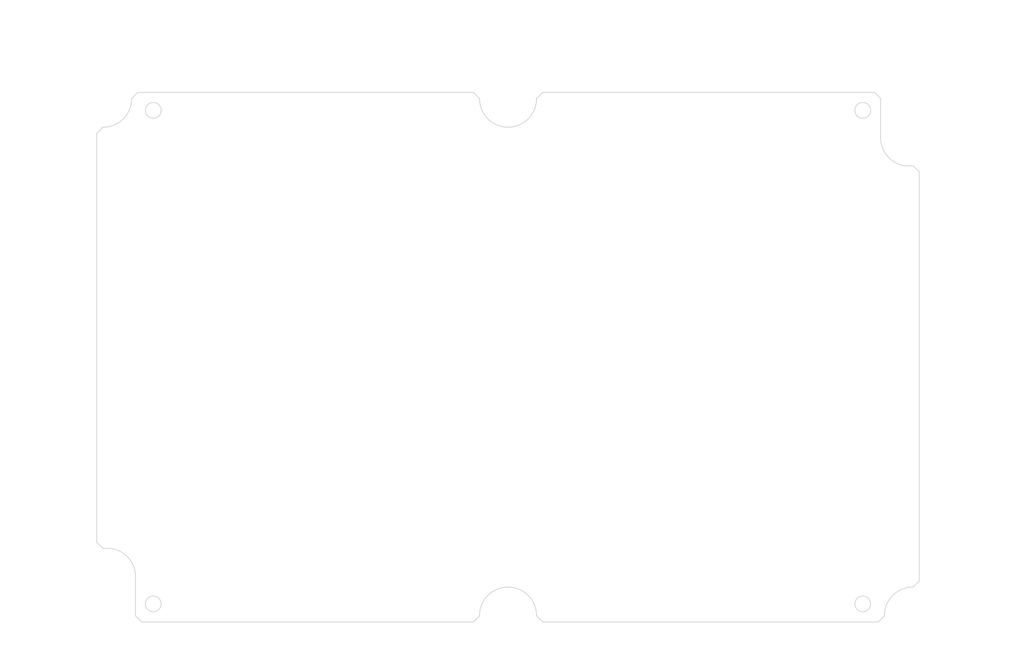
<source format=kicad_pcb>
(kicad_pcb (version 20171130) (host pcbnew "(5.1.0)-1")

  (general
    (thickness 1.6)
    (drawings 138)
    (tracks 0)
    (zones 0)
    (modules 0)
    (nets 1)
  )

  (page A3)
  (layers
    (0 F.Cu signal)
    (31 B.Cu signal)
    (32 B.Adhes user)
    (33 F.Adhes user)
    (34 B.Paste user)
    (35 F.Paste user)
    (36 B.SilkS user)
    (37 F.SilkS user)
    (38 B.Mask user)
    (39 F.Mask user)
    (40 Dwgs.User user)
    (41 Cmts.User user)
    (42 Eco1.User user)
    (43 Eco2.User user)
    (44 Edge.Cuts user)
    (45 Margin user)
    (46 B.CrtYd user)
    (47 F.CrtYd user)
    (48 B.Fab user)
    (49 F.Fab user)
  )

  (setup
    (last_trace_width 0.25)
    (trace_clearance 0.2)
    (zone_clearance 0.508)
    (zone_45_only no)
    (trace_min 0.2)
    (via_size 0.8)
    (via_drill 0.4)
    (via_min_size 0.4)
    (via_min_drill 0.3)
    (uvia_size 0.3)
    (uvia_drill 0.1)
    (uvias_allowed no)
    (uvia_min_size 0.2)
    (uvia_min_drill 0.1)
    (edge_width 0.05)
    (segment_width 0.2)
    (pcb_text_width 0.3)
    (pcb_text_size 1.5 1.5)
    (mod_edge_width 0.12)
    (mod_text_size 1 1)
    (mod_text_width 0.15)
    (pad_size 1.524 1.524)
    (pad_drill 0.762)
    (pad_to_mask_clearance 0.051)
    (solder_mask_min_width 0.25)
    (aux_axis_origin 0 0)
    (visible_elements FFFFFF7F)
    (pcbplotparams
      (layerselection 0x010fc_ffffffff)
      (usegerberextensions false)
      (usegerberattributes false)
      (usegerberadvancedattributes false)
      (creategerberjobfile false)
      (excludeedgelayer true)
      (linewidth 0.152400)
      (plotframeref false)
      (viasonmask false)
      (mode 1)
      (useauxorigin false)
      (hpglpennumber 1)
      (hpglpenspeed 20)
      (hpglpendiameter 15.000000)
      (psnegative false)
      (psa4output false)
      (plotreference true)
      (plotvalue true)
      (plotinvisibletext false)
      (padsonsilk false)
      (subtractmaskfromsilk false)
      (outputformat 1)
      (mirror false)
      (drillshape 1)
      (scaleselection 1)
      (outputdirectory ""))
  )

  (net 0 "")

  (net_class Default "This is the default net class."
    (clearance 0.2)
    (trace_width 0.25)
    (via_dia 0.8)
    (via_drill 0.4)
    (uvia_dia 0.3)
    (uvia_drill 0.1)
  )

  (gr_circle (center 300.419799 198.456571) (end 302.469799 198.456571) (layer Edge.Cuts) (width 0.2))
  (gr_circle (center 116.419799 70.456571) (end 118.469799 70.456571) (layer Edge.Cuts) (width 0.2))
  (gr_circle (center 116.419799 198.456571) (end 118.469799 198.456571) (layer Edge.Cuts) (width 0.2))
  (gr_circle (center 300.419799 70.456571) (end 302.469799 70.456571) (layer Edge.Cuts) (width 0.2))
  (gr_arc (start 103.418717 67.441926) (end 103.464701 74.828893) (angle -89.24280143) (layer Edge.Cuts) (width 0.2))
  (gr_line (start 110.805297 67.381181) (end 110.805647 67.493567) (layer Edge.Cuts) (width 0.2))
  (gr_arc (start 208.419868 67.441926) (end 201.032944 67.494287) (angle -179.1877467) (layer Edge.Cuts) (width 0.2))
  (gr_line (start 215.806442 67.381181) (end 215.806793 67.494287) (layer Edge.Cuts) (width 0.2))
  (gr_arc (start 312.419938 77.528022) (end 305.032828 77.528022) (angle -82.02599669) (layer Edge.Cuts) (width 0.2))
  (gr_line (start 313.495189 84.843707) (end 311.395171 84.843707) (layer Edge.Cuts) (width 0.2))
  (gr_line (start 315.082689 192.497252) (end 315.082689 86.431207) (layer Edge.Cuts) (width 0.2))
  (gr_arc (start 313.419633 201.471216) (end 313.366365 194.084299) (angle -89.18076094) (layer Edge.Cuts) (width 0.2))
  (gr_line (start 306.033059 201.531961) (end 306.032708 201.418861) (layer Edge.Cuts) (width 0.2))
  (gr_line (start 217.393942 203.119461) (end 304.445559 203.119461) (layer Edge.Cuts) (width 0.2))
  (gr_arc (start 208.419868 201.471216) (end 215.806793 201.418855) (angle -179.1877468) (layer Edge.Cuts) (width 0.2))
  (gr_line (start 201.033295 201.531961) (end 201.032944 201.418855) (layer Edge.Cuts) (width 0.2))
  (gr_arc (start 104.419798 191.38512) (end 111.806908 191.38512) (angle -82.02500824) (layer Edge.Cuts) (width 0.2))
  (gr_line (start 103.344409 184.069453) (end 105.444692 184.069453) (layer Edge.Cuts) (width 0.2))
  (gr_line (start 101.756909 76.415972) (end 101.756909 182.481953) (layer Edge.Cuts) (width 0.2))
  (gr_line (start 303.445328 65.793681) (end 217.393942 65.793681) (layer Edge.Cuts) (width 0.2))
  (gr_line (start 305.032828 77.528022) (end 305.032828 67.381181) (layer Edge.Cuts) (width 0.2))
  (gr_line (start 113.394408 203.119461) (end 199.445795 203.119461) (layer Edge.Cuts) (width 0.2))
  (gr_line (start 111.806908 191.38512) (end 111.806908 201.531961) (layer Edge.Cuts) (width 0.2))
  (gr_line (start 199.445795 65.793681) (end 112.392797 65.793681) (layer Edge.Cuts) (width 0.2))
  (gr_line (start 201.032944 67.494287) (end 201.033295 67.381181) (layer Edge.Cuts) (width 0.2))
  (gr_line (start 215.806793 201.418855) (end 215.806442 201.531961) (layer Edge.Cuts) (width 0.2))
  (gr_line (start 313.366365 194.084299) (end 313.495189 194.084752) (layer Edge.Cuts) (width 0.2))
  (gr_line (start 103.464701 74.828893) (end 103.344409 74.828472) (layer Edge.Cuts) (width 0.2))
  (gr_line (start 315.082689 86.431207) (end 313.495189 84.843707) (layer Edge.Cuts) (width 0.2))
  (gr_line (start 101.756909 182.481953) (end 103.344409 184.069453) (layer Edge.Cuts) (width 0.2))
  (gr_line (start 305.032828 67.381181) (end 303.445328 65.793681) (layer Edge.Cuts) (width 0.2))
  (gr_line (start 111.806908 201.531961) (end 113.394408 203.119461) (layer Edge.Cuts) (width 0.2))
  (gr_line (start 304.445559 203.119461) (end 306.033059 201.531961) (layer Edge.Cuts) (width 0.2))
  (gr_line (start 201.033295 67.381181) (end 199.445795 65.793681) (layer Edge.Cuts) (width 0.2))
  (gr_line (start 215.806442 201.531961) (end 217.393942 203.119461) (layer Edge.Cuts) (width 0.2))
  (gr_line (start 217.393942 65.793681) (end 215.806442 67.381181) (layer Edge.Cuts) (width 0.2))
  (gr_line (start 199.445795 203.119461) (end 201.033295 201.531961) (layer Edge.Cuts) (width 0.2))
  (gr_line (start 112.392797 65.793681) (end 110.805297 67.381181) (layer Edge.Cuts) (width 0.2))
  (gr_line (start 313.495189 194.084752) (end 315.082689 192.497252) (layer Edge.Cuts) (width 0.2))
  (gr_line (start 103.344409 74.828472) (end 101.756909 76.415972) (layer Edge.Cuts) (width 0.2))
  (gr_line (start 208.419868 67.941926) (end 208.419868 75.329036) (layer Dwgs.User) (width 0.2))
  (gr_line (start 208.419868 67.441926) (end 208.419868 67.691926) (layer Dwgs.User) (width 0.2))
  (gr_line (start 208.419868 67.441926) (end 208.419868 67.191926) (layer Dwgs.User) (width 0.2))
  (gr_line (start 208.419868 67.441926) (end 208.169868 67.441926) (layer Dwgs.User) (width 0.2))
  (gr_line (start 208.419868 67.441926) (end 208.669868 67.441926) (layer Dwgs.User) (width 0.2))
  (gr_text "1.59 X 45.0° Chamfer" (at 316.120167 209.308421) (layer Dwgs.User)
    (effects (font (size 1.7 1.53) (thickness 0.2125)) (justify left bottom))
  )
  (gr_line (start 312.549526 208.429267) (end 315.049526 208.429267) (layer Dwgs.User) (width 0.2))
  (gr_line (start 307.15835 203.927986) (end 312.549526 208.429267) (layer Dwgs.User) (width 0.2))
  (gr_line (start 306.837895 204.311794) (end 307.478805 203.544178) (layer Dwgs.User) (width 0.2))
  (gr_line (start 305.239309 202.325711) (end 306.837895 204.311794) (layer Dwgs.User) (width 0.2))
  (gr_line (start 307.478805 203.544178) (end 305.239309 202.325711) (layer Dwgs.User) (width 0.2))
  (gr_line (start 306.837891 204.311796) (end 307.478798 203.544178) (layer Dwgs.User) (width 0.2))
  (gr_line (start 305.239304 202.325712) (end 306.837891 204.311796) (layer Dwgs.User) (width 0.2))
  (gr_line (start 307.478798 203.544178) (end 305.239304 202.325712) (layer Dwgs.User) (width 0.2))
  (gr_line (start 307.15835 203.927986) (end 305.239309 202.325711) (layer Dwgs.User) (width 0.2))
  (gr_text [4.70] (at 205.933455 136.346032) (layer Dwgs.User)
    (effects (font (size 1.7 1.53) (thickness 0.2125)))
  )
  (gr_text " 119.26" (at 205.933455 132.788597) (layer Dwgs.User)
    (effects (font (size 1.7 1.53) (thickness 0.2125)))
  )
  (gr_line (start 205.933455 192.084106) (end 205.933455 138.014006) (layer Dwgs.User) (width 0.2))
  (gr_line (start 205.933455 76.829036) (end 205.933455 130.899136) (layer Dwgs.User) (width 0.2))
  (gr_line (start 207.419869 194.084106) (end 202.758455 194.084106) (layer Dwgs.User) (width 0.2))
  (gr_line (start 207.419868 74.829036) (end 202.758455 74.829036) (layer Dwgs.User) (width 0.2))
  (gr_text [R0.29] (at 224.582556 80.252778) (layer Dwgs.User)
    (effects (font (size 1.7 1.53) (thickness 0.2125)))
  )
  (gr_text " R7.39" (at 224.582556 76.694763) (layer Dwgs.User)
    (effects (font (size 1.7 1.53) (thickness 0.2125)))
  )
  (gr_line (start 218.111785 78.363317) (end 214.650581 74.46304) (layer Dwgs.User) (width 0.2))
  (gr_line (start 220.111785 78.363317) (end 218.111785 78.363317) (layer Dwgs.User) (width 0.2))
  (gr_text [.07] (at 224.712456 61.493345) (layer Dwgs.User)
    (effects (font (size 1.7 1.53) (thickness 0.2125)))
  )
  (gr_text " 1.70" (at 224.712456 57.93591) (layer Dwgs.User)
    (effects (font (size 1.7 1.53) (thickness 0.2125)))
  )
  (gr_line (start 219.328247 59.603884) (end 221.328247 59.603884) (layer Dwgs.User) (width 0.2))
  (gr_line (start 219.328247 63.793681) (end 219.328247 59.603884) (layer Dwgs.User) (width 0.2))
  (gr_line (start 219.328247 69.494287) (end 219.328247 71.494287) (layer Dwgs.User) (width 0.2))
  (gr_line (start 216.806793 67.494287) (end 222.503247 67.494287) (layer Dwgs.User) (width 0.2))
  (gr_text [7.24] (at 200.965151 57.462794) (layer Dwgs.User)
    (effects (font (size 1.7 1.53) (thickness 0.2125)))
  )
  (gr_text " 184.00" (at 200.965151 53.905359) (layer Dwgs.User)
    (effects (font (size 1.7 1.53) (thickness 0.2125)))
  )
  (gr_line (start 298.419799 55.573333) (end 205.670165 55.573333) (layer Dwgs.User) (width 0.2))
  (gr_line (start 118.419799 55.573333) (end 196.260137 55.573333) (layer Dwgs.User) (width 0.2))
  (gr_line (start 300.419799 69.456571) (end 300.419799 52.398333) (layer Dwgs.User) (width 0.2))
  (gr_line (start 116.419799 69.456571) (end 116.419799 52.398333) (layer Dwgs.User) (width 0.2))
  (gr_text [5.04] (at 300.413746 136.346032) (layer Dwgs.User)
    (effects (font (size 1.7 1.53) (thickness 0.2125)))
  )
  (gr_text " 128.00" (at 300.413746 132.788597) (layer Dwgs.User)
    (effects (font (size 1.7 1.53) (thickness 0.2125)))
  )
  (gr_line (start 300.413746 196.456571) (end 300.413746 138.014006) (layer Dwgs.User) (width 0.2))
  (gr_line (start 300.413746 72.456571) (end 300.413746 130.899136) (layer Dwgs.User) (width 0.2))
  (gr_text [7.65] (at 213.15684 51.494881) (layer Dwgs.User)
    (effects (font (size 1.7 1.53) (thickness 0.2125)))
  )
  (gr_text " 194.23" (at 213.15684 47.936866) (layer Dwgs.User)
    (effects (font (size 1.7 1.53) (thickness 0.2125)))
  )
  (gr_line (start 303.032828 49.60542) (end 217.864753 49.60542) (layer Dwgs.User) (width 0.2))
  (gr_line (start 112.805297 49.60542) (end 208.448927 49.60542) (layer Dwgs.User) (width 0.2))
  (gr_line (start 305.032828 66.381181) (end 305.032828 46.43042) (layer Dwgs.User) (width 0.2))
  (gr_line (start 110.805297 66.381181) (end 110.805297 46.43042) (layer Dwgs.User) (width 0.2))
  (gr_text [.58] (at 95.709978 94.305433) (layer Dwgs.User)
    (effects (font (size 1.7 1.53) (thickness 0.2125)))
  )
  (gr_text " 14.66" (at 95.709978 90.747998) (layer Dwgs.User)
    (effects (font (size 1.7 1.53) (thickness 0.2125)))
  )
  (gr_line (start 101.756909 92.415972) (end 99.756909 92.415972) (layer Dwgs.User) (width 0.2))
  (gr_line (start 114.419799 92.415972) (end 103.756909 92.415972) (layer Dwgs.User) (width 0.2))
  (gr_line (start 116.419799 71.456571) (end 116.419799 95.590972) (layer Dwgs.User) (width 0.2))
  (gr_text [.18] (at 126.419799 61.650729) (layer Dwgs.User)
    (effects (font (size 1.7 1.53) (thickness 0.2125)))
  )
  (gr_text " 4.66" (at 126.419799 58.093293) (layer Dwgs.User)
    (effects (font (size 1.7 1.53) (thickness 0.2125)))
  )
  (gr_line (start 121.033271 59.761267) (end 123.033271 59.761267) (layer Dwgs.User) (width 0.2))
  (gr_line (start 121.033271 63.793681) (end 121.033271 59.761267) (layer Dwgs.User) (width 0.2))
  (gr_line (start 121.033271 72.456571) (end 121.033271 74.456571) (layer Dwgs.User) (width 0.2))
  (gr_line (start 117.419799 70.456571) (end 124.208271 70.456571) (layer Dwgs.User) (width 0.2))
  (gr_text [5.04] (at 90.914879 140.386512) (layer Dwgs.User)
    (effects (font (size 1.7 1.53) (thickness 0.2125)))
  )
  (gr_text " 128.00" (at 90.914879 136.829077) (layer Dwgs.User)
    (effects (font (size 1.7 1.53) (thickness 0.2125)))
  )
  (gr_line (start 90.914879 196.456571) (end 90.914879 142.054486) (layer Dwgs.User) (width 0.2))
  (gr_line (start 90.914879 72.456571) (end 90.914879 134.939616) (layer Dwgs.User) (width 0.2))
  (gr_line (start 115.419799 198.456571) (end 87.739879 198.456571) (layer Dwgs.User) (width 0.2))
  (gr_line (start 115.419799 70.456571) (end 87.739879 70.456571) (layer Dwgs.User) (width 0.2))
  (gr_text [.36] (at 96.363423 59.270642) (layer Dwgs.User)
    (effects (font (size 1.7 1.53) (thickness 0.2125)))
  )
  (gr_text " 9.05" (at 96.363423 55.713207) (layer Dwgs.User)
    (effects (font (size 1.7 1.53) (thickness 0.2125)))
  )
  (gr_line (start 101.756909 57.381181) (end 99.756909 57.381181) (layer Dwgs.User) (width 0.2))
  (gr_line (start 108.805297 57.381181) (end 103.756909 57.381181) (layer Dwgs.User) (width 0.2))
  (gr_line (start 110.805297 66.381181) (end 110.805297 54.206181) (layer Dwgs.User) (width 0.2))
  (gr_line (start 101.756909 75.415972) (end 101.756909 54.206181) (layer Dwgs.User) (width 0.2))
  (gr_text [.36] (at 97.07064 82.581299) (layer Dwgs.User)
    (effects (font (size 1.7 1.53) (thickness 0.2125)))
  )
  (gr_text " 9.03" (at 97.07064 79.023284) (layer Dwgs.User)
    (effects (font (size 1.7 1.53) (thickness 0.2125)))
  )
  (gr_line (start 102.457747 80.691838) (end 100.457747 80.691838) (layer Dwgs.User) (width 0.2))
  (gr_line (start 102.457747 74.828472) (end 102.457747 80.691838) (layer Dwgs.User) (width 0.2))
  (gr_line (start 102.457747 67.793681) (end 102.457747 72.828472) (layer Dwgs.User) (width 0.2))
  (gr_line (start 102.344409 74.828472) (end 99.282747 74.828472) (layer Dwgs.User) (width 0.2))
  (gr_line (start 111.392797 65.793681) (end 99.282747 65.793681) (layer Dwgs.User) (width 0.2))
  (gr_line (start 116.419799 70.546571) (end 116.419799 70.366571) (layer Dwgs.User) (width 0.2))
  (gr_line (start 116.329799 70.456571) (end 116.509799 70.456571) (layer Dwgs.User) (width 0.2))
  (gr_text " ∅4.10\n[∅0.16]" (at 131.398117 82.836421) (layer Dwgs.User)
    (effects (font (size 1.7 1.53) (thickness 0.2125)))
  )
  (gr_line (start 124.861248 82.836421) (end 118.701432 73.802711) (layer Dwgs.User) (width 0.2))
  (gr_line (start 126.861248 82.836421) (end 124.861248 82.836421) (layer Dwgs.User) (width 0.2))
  (gr_text [R0.29] (at 320.700856 203.828664) (layer Dwgs.User)
    (effects (font (size 1.7 1.53) (thickness 0.2125)))
  )
  (gr_text " R7.39" (at 320.700856 200.270649) (layer Dwgs.User)
    (effects (font (size 1.7 1.53) (thickness 0.2125)))
  )
  (gr_line (start 314.230085 201.939203) (end 308.754437 198.777352) (layer Dwgs.User) (width 0.2))
  (gr_line (start 316.230085 201.939203) (end 314.230085 201.939203) (layer Dwgs.User) (width 0.2))
  (gr_text [5.41] (at 81.426532 131.565424) (layer Dwgs.User)
    (effects (font (size 1.7 1.53) (thickness 0.2125)))
  )
  (gr_text " 137.33" (at 81.426532 128.007409) (layer Dwgs.User)
    (effects (font (size 1.7 1.53) (thickness 0.2125)))
  )
  (gr_line (start 81.426532 67.793681) (end 81.426532 126.117947) (layer Dwgs.User) (width 0.2))
  (gr_line (start 81.426532 201.119461) (end 81.426532 133.233978) (layer Dwgs.User) (width 0.2))
  (gr_line (start 111.392797 65.793681) (end 78.251532 65.793681) (layer Dwgs.User) (width 0.2))
  (gr_line (start 112.394408 203.119461) (end 78.251532 203.119461) (layer Dwgs.User) (width 0.2))
  (gr_text [8.40] (at 198.783735 47.002615) (layer Dwgs.User)
    (effects (font (size 1.7 1.53) (thickness 0.2125)))
  )
  (gr_text " 213.33" (at 198.783735 43.4446) (layer Dwgs.User)
    (effects (font (size 1.7 1.53) (thickness 0.2125)))
  )
  (gr_line (start 313.082689 45.113154) (end 203.491647 45.113154) (layer Dwgs.User) (width 0.2))
  (gr_line (start 103.756909 45.113154) (end 194.075822 45.113154) (layer Dwgs.User) (width 0.2))
  (gr_line (start 315.082689 85.431207) (end 315.082689 41.938154) (layer Dwgs.User) (width 0.2))
  (gr_line (start 101.756909 75.415972) (end 101.756909 41.938154) (layer Dwgs.User) (width 0.2))

)

</source>
